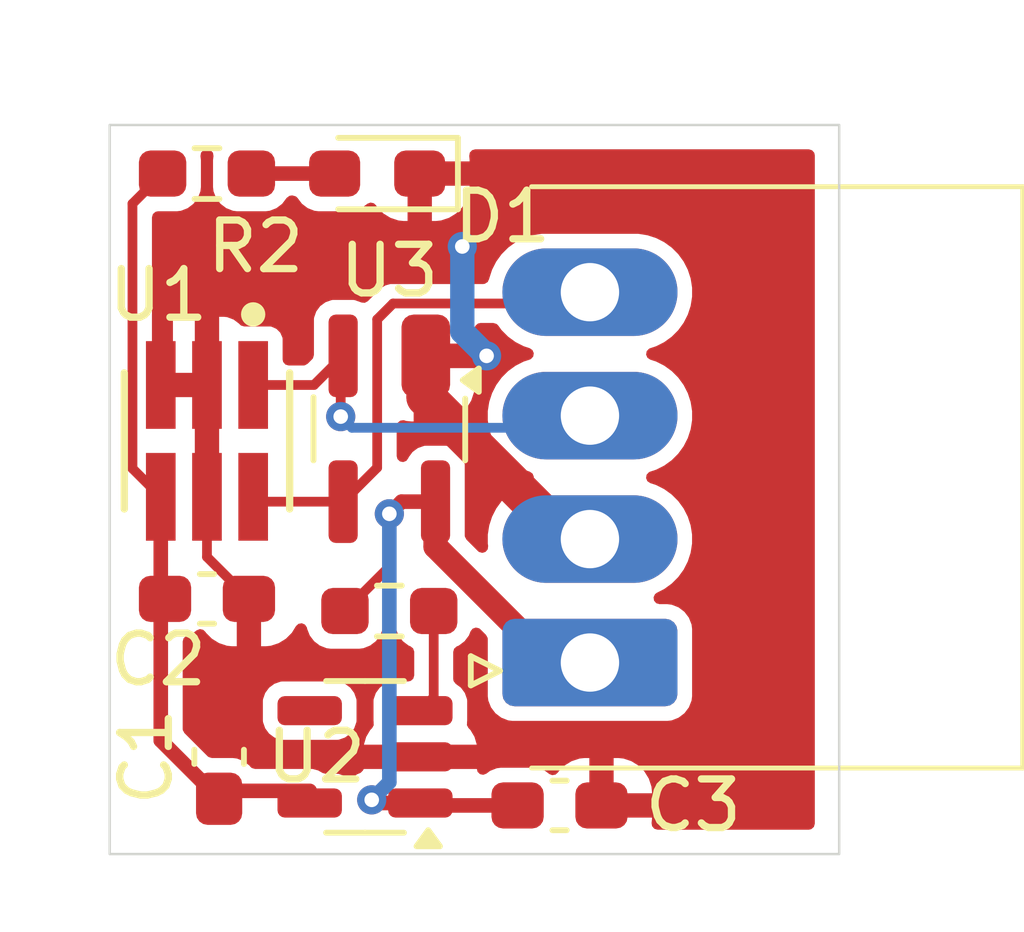
<source format=kicad_pcb>
(kicad_pcb (version 20240108) (generator "pcbnew") (generator_version "8.0")
  (title_block (title "1-Sided TMAG Carrier") (rev "1") (company "SJSU Robotics"))
  (layers (0 "F.Cu" signal) (31 "B.Cu" signal) (34 "B.Paste" user) (35 "F.Paste" user) (36 "B.SilkS" user "B.Silkscreen") (37 "F.SilkS" user "F.Silkscreen") (38 "B.Mask" user) (39 "F.Mask" user) (44 "Edge.Cuts" user))
  (net 0 "")
  (net 1 "+5V")
  (net 2 "GND")
  (net 3 "+3V3")
  (net 4 "Net-(D1-A)")
  (net 5 "I2C_SCL")
  (net 6 "I2C_SDA")
  (net 7 "Net-(U2-EN)")
  (footprint "Capacitor_SMD:C_0603_1608Metric_Pad1.08x0.95mm_HandSolder" (layer "F.Cu") (at 54.75 41.5)
    (property "Reference" "C2" (at -1 1.25 180) (layer "F.SilkS"))
    (property "Value" "100n")
    (fp_line (start -0.146267 -0.51) (end 0.146267 -0.51) (stroke (width 0.12)) (layer "F.SilkS"))
    (fp_line (start -0.146267 0.51) (end 0.146267 0.51) (stroke (width 0.12)) (layer "F.SilkS"))
    (pad "1" smd roundrect (at -0.8625 0) (size 1.075 0.95) (layers "F.Cu" "F.Paste" "F.Mask") (net 3 "+3V3"))
    (pad "2" smd roundrect (at 0.8625 0) (size 1.075 0.95) (layers "F.Cu" "F.Paste" "F.Mask") (net 2 "GND"))
  )
  (footprint "Package_TO_SOT_SMD:SOT-23-5" (layer "F.Cu") (at 58 44.75 180)
    (property "Reference" "U2" (at 1 0 180) (layer "F.SilkS"))
    (property "Value" "TPMIC5504-3.3YM5")
    (fp_line (start 0 1.56) (end 0.8 1.56) (stroke (width 0.12)) (layer "F.SilkS"))
    (fp_line (start 0 1.56) (end -0.8 1.56) (stroke (width 0.12)) (layer "F.SilkS"))
    (fp_line (start 0 -1.56) (end 0.8 -1.56) (stroke (width 0.12)) (layer "F.SilkS"))
    (fp_line (start 0 -1.56) (end -0.8 -1.56) (stroke (width 0.12)) (layer "F.SilkS"))
    (fp_poly (pts (xy -1.3 -1.51) (xy -1.54 -1.84) (xy -1.06 -1.84) (xy -1.3 -1.51)) (stroke (width 0.12)) (fill solid) (layer "F.SilkS"))
    (pad "1" smd roundrect (at -1.1375 -0.95 180) (size 1.325 0.6) (layers "F.Cu" "F.Paste" "F.Mask") (net 1 "+5V"))
    (pad "2" smd roundrect (at -1.1375 0 180) (size 1.325 0.6) (layers "F.Cu" "F.Paste" "F.Mask") (net 2 "GND"))
    (pad "3" smd roundrect (at -1.1375 0.95 180) (size 1.325 0.6) (layers "F.Cu" "F.Paste" "F.Mask") (net 7 "Net-(U2-EN)"))
    (pad "4" smd roundrect (at 1.1375 0.95 180) (size 1.325 0.6) (layers "F.Cu" "F.Paste" "F.Mask"))
    (pad "5" smd roundrect (at 1.1375 -0.95 180) (size 1.325 0.6) (layers "F.Cu" "F.Paste" "F.Mask") (net 3 "+3V3"))
  )
  (footprint "Temporary Common:Pluggable_Terminal_2.54mm_4P_Horizontal" (layer "F.Cu") (at 59.175 38.78 90)
    (property "Reference" "CanIn1" (hide yes))
    (property "Value" "Conn_01x04_MountingPin")
    (fp_line (start -3.9 1) (end -4.2 1.6) (stroke (width 0.12)) (layer "F.SilkS"))
    (fp_line (start -4.5 1) (end -3.9 1) (stroke (width 0.12)) (layer "F.SilkS"))
    (fp_line (start -4.2 1.6) (end -4.5 1) (stroke (width 0.12)) (layer "F.SilkS"))
    (fp_line (start 5.76 2.25) (end 5.76 12.35) (stroke (width 0.1)) (layer "F.SilkS"))
    (fp_line (start -6.2 2.25) (end -6.2 12.35) (stroke (width 0.1)) (layer "F.SilkS"))
    (fp_line (start -6.2 12.35) (end 5.76 12.35) (stroke (width 0.1)) (layer "F.SilkS"))
    (pad "1" thru_hole roundrect (at -4.03 3.45 90) (size 1.8 3.6) (drill 1.2) (layers "*.Cu" "*.Mask") (roundrect_rratio 0.138889) (net 1 "+5V"))
    (pad "2" thru_hole oval (at -1.49 3.45 90) (size 1.8 3.6) (drill 1.2) (layers "*.Cu" "*.Mask") (net 2 "GND"))
    (pad "3" thru_hole oval (at 1.05 3.45 90) (size 1.8 3.6) (drill 1.2) (layers "*.Cu" "*.Mask") (net 5 "I2C_SCL"))
    (pad "4" thru_hole oval (at 3.59 3.45 90) (size 1.8 3.6) (drill 1.2) (layers "*.Cu" "*.Mask") (net 6 "I2C_SDA"))
  )
  (footprint "Capacitor_SMD:C_0603_1608Metric_Pad1.08x0.95mm_HandSolder" (layer "F.Cu") (at 55 44.75 90)
    (property "Reference" "C1" (at 0 -1.5 90) (layer "F.SilkS"))
    (property "Value" "1u")
    (fp_line (start -0.146267 -0.51) (end 0.146267 -0.51) (stroke (width 0.12)) (layer "F.SilkS"))
    (fp_line (start -0.146267 0.51) (end 0.146267 0.51) (stroke (width 0.12)) (layer "F.SilkS"))
    (pad "1" smd roundrect (at -0.8625 0 90) (size 1.075 0.95) (layers "F.Cu" "F.Paste" "F.Mask") (net 3 "+3V3"))
    (pad "2" smd roundrect (at 0.8625 0 90) (size 1.075 0.95) (layers "F.Cu" "F.Paste" "F.Mask") (net 2 "GND"))
  )
  (footprint "Capacitor_SMD:C_0603_1608Metric_Pad1.08x0.95mm_HandSolder" (layer "F.Cu") (at 62 45.75)
    (property "Reference" "C3" (at 2.75 0 0) (layer "F.SilkS"))
    (property "Value" "2.2u")
    (fp_line (start -0.146267 -0.51) (end 0.146267 -0.51) (stroke (width 0.12)) (layer "F.SilkS"))
    (fp_line (start -0.146267 0.51) (end 0.146267 0.51) (stroke (width 0.12)) (layer "F.SilkS"))
    (pad "1" smd roundrect (at -0.8625 0) (size 1.075 0.95) (layers "F.Cu" "F.Paste" "F.Mask") (net 1 "+5V"))
    (pad "2" smd roundrect (at 0.8625 0) (size 1.075 0.95) (layers "F.Cu" "F.Paste" "F.Mask") (net 2 "GND"))
  )
  (footprint "Package_TO_SOT_SMD:SOT-143_Handsoldering" (layer "F.Cu") (at 58.5 38 -90)
    (property "Reference" "U3" (at -3.25 0 180) (layer "F.SilkS"))
    (property "Value" "DRTR5V0U2SRQ")
    (fp_line (start -0.65 1.56) (end 0.65 1.56) (stroke (width 0.12)) (layer "F.SilkS"))
    (fp_line (start 0.65 -1.56) (end -0.62 -1.56) (stroke (width 0.12)) (layer "F.SilkS"))
    (fp_poly (pts (xy -1 -1.51) (xy -1.24 -1.84) (xy -0.76 -1.84) (xy -1 -1.51)) (stroke (width 0.12)) (fill solid) (layer "F.SilkS"))
    (pad "1" smd roundrect (at -1.5 -0.75 270) (size 1.7 1) (layers "F.Cu" "F.Paste" "F.Mask") (net 2 "GND"))
    (pad "2" smd roundrect (at -1.5 0.95 270) (size 1.7 0.6) (layers "F.Cu" "F.Paste" "F.Mask") (net 5 "I2C_SCL"))
    (pad "3" smd roundrect (at 1.5 0.95 270) (size 1.7 0.6) (layers "F.Cu" "F.Paste" "F.Mask") (net 6 "I2C_SDA"))
    (pad "4" smd roundrect (at 1.5 -0.95 270) (size 1.7 0.6) (layers "F.Cu" "F.Paste" "F.Mask") (net 1 "+5V"))
  )
  (footprint "LED_SMD:LED_0603_1608Metric_Pad1.05x0.95mm_HandSolder" (layer "F.Cu") (at 58.25 32.75 180)
    (property "Reference" "D1" (at -2.575562 -0.887072 180) (layer "F.SilkS"))
    (property "Value" "LED")
    (fp_line (start 0.8 -0.735) (end -1.66 -0.735) (stroke (width 0.12)) (layer "F.SilkS"))
    (fp_line (start -1.66 0.735) (end 0.8 0.735) (stroke (width 0.12)) (layer "F.SilkS"))
    (fp_line (start -1.66 -0.735) (end -1.66 0.735) (stroke (width 0.12)) (layer "F.SilkS"))
    (pad "1" smd roundrect (at -0.875 0 180) (size 1.05 0.95) (layers "F.Cu" "F.Paste" "F.Mask") (net 2 "GND"))
    (pad "2" smd roundrect (at 0.875 0 180) (size 1.05 0.95) (layers "F.Cu" "F.Paste" "F.Mask") (net 4 "Net-(D1-A)"))
  )
  (footprint "footprints:DBV0006A-IPC_A" (layer "F.Cu") (at 54.75 38.25 -90)
    (property "Reference" "U1" (at -3 1 0) (layer "F.SilkS"))
    (property "Value" "TMAG5273B1QDBVR" (hide yes))
    (fp_line (start -1.4 1.699999) (end 1.4 1.699999) (stroke (width 0.15)) (layer "F.SilkS"))
    (fp_line (start -1.4 -1.699999) (end 1.4 -1.699999) (stroke (width 0.15)) (layer "F.SilkS"))
    (fp_circle (center -2.603101 -0.950001) (end -2.4781 -0.950001) (stroke (width 0.25)) (fill none) (layer "F.SilkS"))
    (pad "1" smd rect (at -1.150483 -0.950001 270) (size 1.805236 0.609806) (layers "F.Cu" "F.Paste" "F.Mask") (net 5 "I2C_SCL"))
    (pad "2" smd rect (at -1.150483 0 270) (size 1.805236 0.609806) (layers "F.Cu" "F.Paste" "F.Mask") (net 2 "GND"))
    (pad "3" smd rect (at -1.150483 0.950001 270) (size 1.805236 0.609806) (layers "F.Cu" "F.Paste" "F.Mask") (net 2 "GND"))
    (pad "4" smd rect (at 1.150483 0.950001 270) (size 1.805236 0.609806) (layers "F.Cu" "F.Paste" "F.Mask") (net 3 "+3V3"))
    (pad "5" smd rect (at 1.150483 0 270) (size 1.805236 0.609806) (layers "F.Cu" "F.Paste" "F.Mask") (net 2 "GND"))
    (pad "6" smd rect (at 1.150483 -0.950001 270) (size 1.805236 0.609806) (layers "F.Cu" "F.Paste" "F.Mask") (net 6 "I2C_SDA"))
  )
  (footprint "Resistor_SMD:R_0603_1608Metric_Pad0.98x0.95mm_HandSolder" (layer "F.Cu") (at 54.75 32.75)
    (property "Reference" "R2" (at 1 1.5 0) (layer "F.SilkS"))
    (property "Value" "2.2k")
    (fp_line (start -0.254724 -0.5225) (end 0.254724 -0.5225) (stroke (width 0.12)) (layer "F.SilkS"))
    (fp_line (start -0.254724 0.5225) (end 0.254724 0.5225) (stroke (width 0.12)) (layer "F.SilkS"))
    (pad "1" smd roundrect (at -0.9125 0) (size 0.975 0.95) (layers "F.Cu" "F.Paste" "F.Mask") (net 3 "+3V3"))
    (pad "2" smd roundrect (at 0.9125 0) (size 0.975 0.95) (layers "F.Cu" "F.Paste" "F.Mask") (net 4 "Net-(D1-A)"))
  )
  (footprint "Resistor_SMD:R_0603_1608Metric_Pad0.98x0.95mm_HandSolder" (layer "F.Cu") (at 58.5 41.75)
    (property "Reference" "R1" (hide yes))
    (property "Value" "100k")
    (fp_line (start -0.254724 -0.5225) (end 0.254724 -0.5225) (stroke (width 0.12)) (layer "F.SilkS"))
    (fp_line (start -0.254724 0.5225) (end 0.254724 0.5225) (stroke (width 0.12)) (layer "F.SilkS"))
    (pad "1" smd roundrect (at -0.9125 0) (size 0.975 0.95) (layers "F.Cu" "F.Paste" "F.Mask") (net 1 "+5V"))
    (pad "2" smd roundrect (at 0.9125 0) (size 0.975 0.95) (layers "F.Cu" "F.Paste" "F.Mask") (net 7 "Net-(U2-EN)"))
  )
  (gr_rect (start 52.75 31.75) (end 67.75 46.75) (stroke (width 0.05)) (fill none) (layer "Edge.Cuts"))
  (segment (start 59.1875 45.75) (end 59.1375 45.7) (width 0.3) (layer "F.Cu") (net 1))
  (segment (start 59.45 39.5) (end 59.45 39.8875) (width 0.5) (layer "F.Cu") (net 1))
  (segment (start 59.45 40.424386) (end 59.45 39.5) (width 0.5) (layer "F.Cu") (net 1))
  (segment (start 62.625 43.06) (end 62.085614 43.06) (width 0.5) (layer "F.Cu") (net 1))
  (segment (start 58.75 39.5) (end 58.5 39.75) (width 0.3) (layer "F.Cu") (net 1))
  (segment (start 59.45 39.5) (end 58.75 39.5) (width 0.3) (layer "F.Cu") (net 1))
  (segment (start 57.5875 41.75) (end 57.802 41.9645) (width 0.3) (layer "F.Cu") (net 1))
  (segment (start 62.085614 43.06) (end 59.45 40.424386) (width 0.5) (layer "F.Cu") (net 1))
  (segment (start 58.202661 45.7) (end 59.1375 45.7) (width 0.3) (layer "F.Cu") (net 1))
  (segment (start 58.5 39.75) (end 58.5 40.8375) (width 0.2) (layer "F.Cu") (net 1))
  (segment (start 58.5 40.8375) (end 57.5875 41.75) (width 0.2) (layer "F.Cu") (net 1))
  (segment (start 58.1375 45.634839) (end 58.202661 45.7) (width 0.3) (layer "F.Cu") (net 1))
  (segment (start 61.1375 45.75) (end 59.1875 45.75) (width 0.3) (layer "F.Cu") (net 1))
  (via (at 58.5 39.75) (size 0.6) (drill 0.3) (layers "F.Cu" "B.Cu") (net 1))
  (via (at 58.1375 45.634839) (size 0.6) (drill 0.3) (layers "F.Cu" "B.Cu") (net 1))
  (segment (start 58.5 45.272339) (end 58.5 39.75) (width 0.3) (layer "B.Cu") (net 1))
  (segment (start 58.1375 45.634839) (end 58.5 45.272339) (width 0.3) (layer "B.Cu") (net 1))
  (segment (start 59.25 36.5) (end 60.5 36.5) (width 0.5) (layer "F.Cu") (net 2))
  (segment (start 55.6125 41.5) (end 54.75 40.6375) (width 0.2) (layer "F.Cu") (net 2))
  (segment (start 62.17 40.27) (end 59.25 37.35) (width 0.8) (layer "F.Cu") (net 2))
  (segment (start 54.75 40.6375) (end 54.75 39.400483) (width 0.2) (layer "F.Cu") (net 2))
  (segment (start 62.625 40.27) (end 62.17 40.27) (width 0.8) (layer "F.Cu") (net 2))
  (segment (start 59.25 37.35) (end 59.25 36.5) (width 0.8) (layer "F.Cu") (net 2))
  (via (at 60.5 36.5) (size 0.6) (drill 0.3) (layers "F.Cu" "B.Cu") (net 2))
  (via (at 60 34.25) (size 0.6) (drill 0.3) (layers "F.Cu" "B.Cu") (net 2))
  (segment (start 60 36) (end 60 34.25) (width 0.5) (layer "B.Cu") (net 2))
  (segment (start 60.5 36.5) (end 60 36) (width 0.5) (layer "B.Cu") (net 2))
  (segment (start 53.218096 33.369404) (end 53.218096 38.81858) (width 0.2) (layer "F.Cu") (net 3))
  (segment (start 56.8625 45.45) (end 55.1625 45.45) (width 0.3) (layer "F.Cu") (net 3))
  (segment (start 53.799999 44.412499) (end 53.799999 39.400483) (width 0.3) (layer "F.Cu") (net 3))
  (segment (start 55.1625 45.45) (end 55 45.6125) (width 0.3) (layer "F.Cu") (net 3))
  (segment (start 53.8375 32.75) (end 53.218096 33.369404) (width 0.2) (layer "F.Cu") (net 3))
  (segment (start 55 45.6125) (end 53.799999 44.412499) (width 0.3) (layer "F.Cu") (net 3))
  (segment (start 53.218096 38.81858) (end 53.799999 39.400483) (width 0.2) (layer "F.Cu") (net 3))
  (segment (start 55.4125 32.75) (end 57.375 32.75) (width 0.3) (layer "F.Cu") (net 4))
  (segment (start 57.5 36.55) (end 57.55 36.5) (width 0.2) (layer "F.Cu") (net 5))
  (segment (start 57.5 37.75) (end 57.5 36.55) (width 0.2) (layer "F.Cu") (net 5))
  (segment (start 56.950483 37.099517) (end 55.700001 37.099517) (width 0.2) (layer "F.Cu") (net 5))
  (segment (start 57.55 36.5) (end 56.950483 37.099517) (width 0.2) (layer "F.Cu") (net 5))
  (via (at 57.5 37.75) (size 0.6) (drill 0.3) (layers "F.Cu" "B.Cu") (net 5))
  (segment (start 57.5 37.75) (end 57.73 37.98) (width 0.2) (layer "B.Cu") (net 5))
  (segment (start 57.73 37.98) (end 62.625 37.98) (width 0.2) (layer "B.Cu") (net 5))
  (segment (start 55.799518 39.5) (end 55.700001 39.400483) (width 0.2) (layer "F.Cu") (net 6))
  (segment (start 62.608 35.423) (end 58.577 35.423) (width 0.2) (layer "F.Cu") (net 6))
  (segment (start 58.25 38.8) (end 57.55 39.5) (width 0.2) (layer "F.Cu") (net 6))
  (segment (start 57.55 39.5) (end 55.799518 39.5) (width 0.2) (layer "F.Cu") (net 6))
  (segment (start 58.577 35.423) (end 58.25 35.75) (width 0.2) (layer "F.Cu") (net 6))
  (segment (start 62.625 35.44) (end 62.608 35.423) (width 0.2) (layer "F.Cu") (net 6))
  (segment (start 58.25 35.75) (end 58.25 38.8) (width 0.2) (layer "F.Cu") (net 6))
  (segment (start 59.4125 43.525) (end 59.1375 43.8) (width 0.2) (layer "F.Cu") (net 7))
  (segment (start 59.4125 41.75) (end 59.4125 43.525) (width 0.2) (layer "F.Cu") (net 7))
  (zone (net 2) (net_name "GND") (layer "F.Cu") (connect_pads (clearance 0.3)) (min_thickness 0.25) (fill yes (thermal_gap 0.5) (thermal_bridge_width 0.5))
    (polygon (pts (xy 52.75 31.75) (xy 52.75 46.75) (xy 67.75 46.75) (xy 67.75 31.75)))
  )
)
</source>
